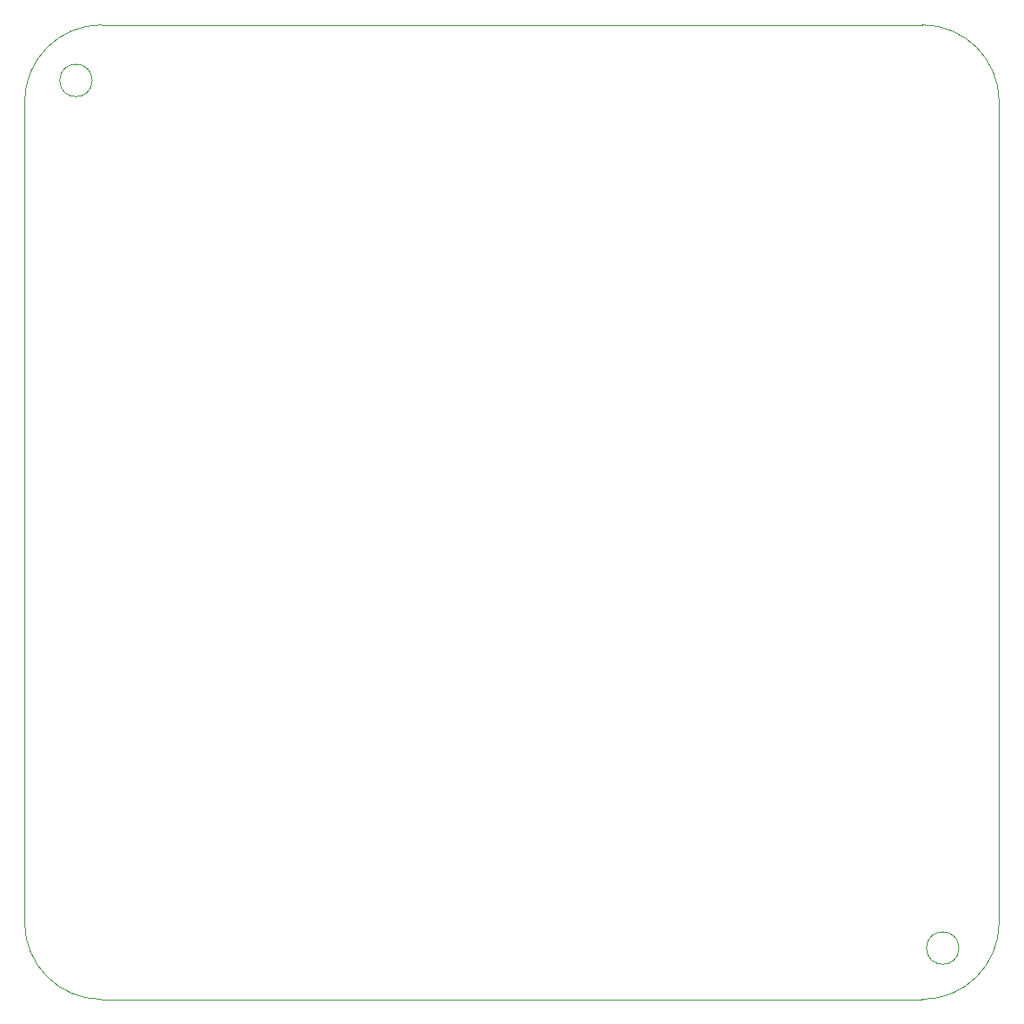
<source format=gbr>
%TF.GenerationSoftware,KiCad,Pcbnew,8.0.6*%
%TF.CreationDate,2025-03-20T16:43:13-06:00*%
%TF.ProjectId,Invitaci_nTDS_general,496e7669-7461-4636-99f3-6e5444535f67,rev?*%
%TF.SameCoordinates,Original*%
%TF.FileFunction,Profile,NP*%
%FSLAX46Y46*%
G04 Gerber Fmt 4.6, Leading zero omitted, Abs format (unit mm)*
G04 Created by KiCad (PCBNEW 8.0.6) date 2025-03-20 16:43:13*
%MOMM*%
%LPD*%
G01*
G04 APERTURE LIST*
%TA.AperFunction,Profile*%
%ADD10C,0.050000*%
%TD*%
G04 APERTURE END LIST*
D10*
X65000000Y-57500000D02*
G75*
G02*
X72500000Y-50000000I7500000J0D01*
G01*
X156081139Y-140000000D02*
G75*
G02*
X152918861Y-140000000I-1581139J0D01*
G01*
X152918861Y-140000000D02*
G75*
G02*
X156081139Y-140000000I1581139J0D01*
G01*
X72500000Y-145000000D02*
G75*
G02*
X65000000Y-137500000I0J7500000D01*
G01*
X152500000Y-50000000D02*
G75*
G02*
X160000000Y-57500000I0J-7500000D01*
G01*
X160000000Y-137500000D02*
G75*
G02*
X152500000Y-145000000I-7500000J0D01*
G01*
X71581139Y-55418862D02*
G75*
G02*
X68418861Y-55418862I-1581139J0D01*
G01*
X68418861Y-55418862D02*
G75*
G02*
X71581139Y-55418862I1581139J0D01*
G01*
X65000000Y-137500000D02*
X65000000Y-57500000D01*
X160000000Y-57500000D02*
X160000000Y-137500000D01*
X152500000Y-145000000D02*
X72500000Y-145000000D01*
X72500000Y-50000000D02*
X152500000Y-50000000D01*
M02*

</source>
